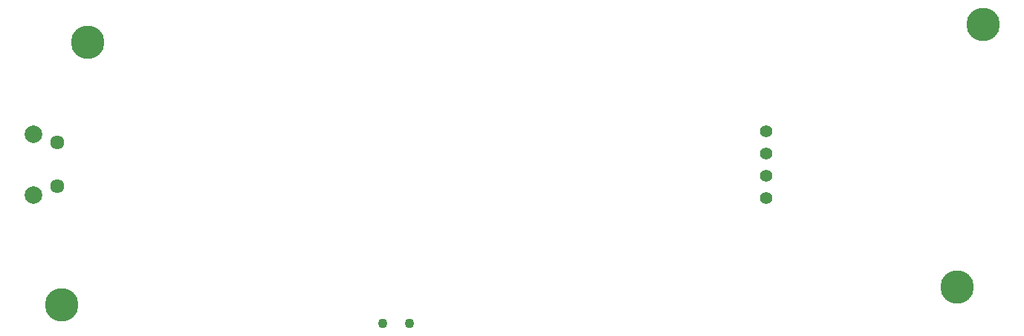
<source format=gbs>
G04*
G04 #@! TF.GenerationSoftware,Altium Limited,Altium Designer,18.1.9 (240)*
G04*
G04 Layer_Color=16711935*
%FSLAX25Y25*%
%MOIN*%
G70*
G01*
G75*
%ADD98C,0.14961*%
%ADD99C,0.07887*%
%ADD100C,0.06343*%
%ADD101C,0.05512*%
%ADD102C,0.04343*%
D98*
X421260Y27559D02*
D03*
X433071Y145669D02*
D03*
X31496Y137795D02*
D03*
X19685Y19685D02*
D03*
D99*
X6890Y68898D02*
D03*
Y96457D02*
D03*
D100*
X17520Y72835D02*
D03*
Y92520D02*
D03*
D101*
X335630Y97598D02*
D03*
Y87598D02*
D03*
Y77598D02*
D03*
Y67598D02*
D03*
D102*
X163779Y11417D02*
D03*
X175591D02*
D03*
M02*

</source>
